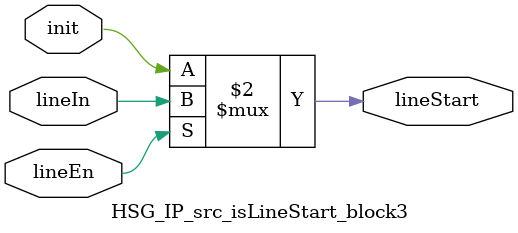
<source format=v>



`timescale 1 ns / 1 ns

module HSG_IP_src_isLineStart_block3
          (lineEn,
           lineIn,
           init,
           lineStart);


  input   lineEn;
  input   lineIn;
  input   init;
  output  lineStart;



  assign lineStart = (lineEn == 1'b0 ? init :
              lineIn);



endmodule  // HSG_IP_src_isLineStart_block3


</source>
